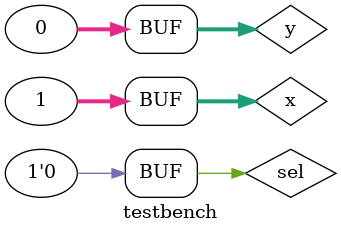
<source format=v>
module mux_2to1(c,a,b,sel);
	input [31:0]a;
	input [31:0]b;
	input sel;
	output [31:0]c;
	assign c = (sel==0)?a:b;
endmodule

module testbench();
	reg [31:0]x,y;
	reg sel;
	wire [31:0]z;

	mux_2to1 myMux(z,x,y,sel);
	
	
initial begin
	$monitor("z= %b",z);
	x= 32'h 1;
	y=0;
	sel=0;
	
end

endmodule

</source>
